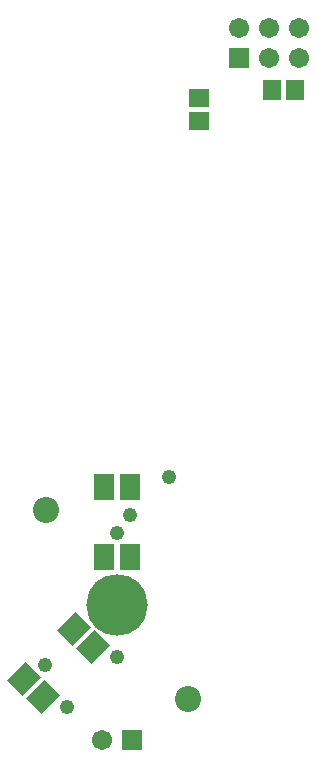
<source format=gts>
G04 Layer_Color=8388736*
%FSLAX25Y25*%
%MOIN*%
G70*
G01*
G75*
%ADD23R,0.06706X0.06312*%
%ADD24R,0.06312X0.06706*%
G04:AMPARAMS|DCode=25|XSize=86.74mil|YSize=70.99mil|CornerRadius=0mil|HoleSize=0mil|Usage=FLASHONLY|Rotation=225.000|XOffset=0mil|YOffset=0mil|HoleType=Round|Shape=Rectangle|*
%AMROTATEDRECTD25*
4,1,4,0.00557,0.05577,0.05577,0.00557,-0.00557,-0.05577,-0.05577,-0.00557,0.00557,0.05577,0.0*
%
%ADD25ROTATEDRECTD25*%

%ADD26R,0.07099X0.08674*%
%ADD27C,0.08674*%
%ADD28C,0.08674*%
%ADD29C,0.20485*%
%ADD30C,0.06706*%
%ADD31R,0.06706X0.06706*%
%ADD32C,0.04800*%
D23*
X27500Y168937D02*
D03*
Y161063D02*
D03*
D24*
X51563Y171500D02*
D03*
X59437D02*
D03*
D25*
X-14198Y-8073D02*
D03*
X-30901Y-24776D02*
D03*
X-8073Y-14198D02*
D03*
X-24777Y-30901D02*
D03*
D26*
X4331Y15748D02*
D03*
Y39370D02*
D03*
X-4331Y15748D02*
D03*
X-4331Y39370D02*
D03*
D27*
X-23622Y31496D02*
D03*
D28*
X23622Y-31496D02*
D03*
D29*
X-0Y-0D02*
D03*
D30*
X60709Y192087D02*
D03*
Y182087D02*
D03*
X50709Y192087D02*
D03*
Y182087D02*
D03*
X40709Y192087D02*
D03*
X-5000Y-45000D02*
D03*
D31*
X40709Y182087D02*
D03*
X5000Y-45000D02*
D03*
D32*
X0Y-17500D02*
D03*
X-16703Y-34203D02*
D03*
X-24000Y-20000D02*
D03*
X17500Y42500D02*
D03*
X4500Y30000D02*
D03*
X0Y24000D02*
D03*
M02*

</source>
